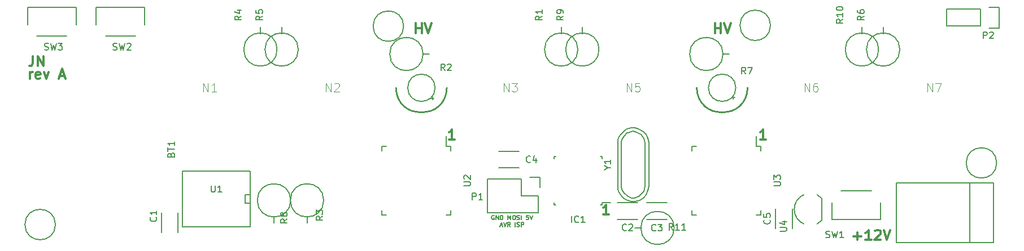
<source format=gbr>
G04 #@! TF.FileFunction,Legend,Top*
%FSLAX46Y46*%
G04 Gerber Fmt 4.6, Leading zero omitted, Abs format (unit mm)*
G04 Created by KiCad (PCBNEW 4.0.0-rc1-stable) date 11/15/2015 9:58:47 PM*
%MOMM*%
G01*
G04 APERTURE LIST*
%ADD10C,0.100000*%
%ADD11C,0.158750*%
%ADD12C,0.300000*%
%ADD13C,0.150000*%
%ADD14C,0.127000*%
%ADD15C,0.254000*%
%ADD16C,0.088900*%
G04 APERTURE END LIST*
D10*
D11*
X129527905Y-81452357D02*
X129044095Y-81452357D01*
X129286000Y-81694262D02*
X129286000Y-81210452D01*
X84442905Y-81579357D02*
X83959095Y-81579357D01*
X84201000Y-81821262D02*
X84201000Y-81337452D01*
D12*
X23880287Y-78656571D02*
X23880287Y-77656571D01*
X23880287Y-77942286D02*
X23951715Y-77799429D01*
X24023144Y-77728000D01*
X24166001Y-77656571D01*
X24308858Y-77656571D01*
X25380286Y-78585143D02*
X25237429Y-78656571D01*
X24951715Y-78656571D01*
X24808858Y-78585143D01*
X24737429Y-78442286D01*
X24737429Y-77870857D01*
X24808858Y-77728000D01*
X24951715Y-77656571D01*
X25237429Y-77656571D01*
X25380286Y-77728000D01*
X25451715Y-77870857D01*
X25451715Y-78013714D01*
X24737429Y-78156571D01*
X25951715Y-77656571D02*
X26308858Y-78656571D01*
X26666000Y-77656571D01*
X28308857Y-78228000D02*
X29023143Y-78228000D01*
X28166000Y-78656571D02*
X28666000Y-77156571D01*
X29166000Y-78656571D01*
D11*
X93447810Y-99234625D02*
X93387333Y-99204387D01*
X93296619Y-99204387D01*
X93205905Y-99234625D01*
X93145429Y-99295101D01*
X93115190Y-99355577D01*
X93084952Y-99476530D01*
X93084952Y-99567244D01*
X93115190Y-99688196D01*
X93145429Y-99748673D01*
X93205905Y-99809149D01*
X93296619Y-99839387D01*
X93357095Y-99839387D01*
X93447810Y-99809149D01*
X93478048Y-99778911D01*
X93478048Y-99567244D01*
X93357095Y-99567244D01*
X93750190Y-99839387D02*
X93750190Y-99204387D01*
X94113048Y-99839387D01*
X94113048Y-99204387D01*
X94415428Y-99839387D02*
X94415428Y-99204387D01*
X94566619Y-99204387D01*
X94657333Y-99234625D01*
X94717809Y-99295101D01*
X94748048Y-99355577D01*
X94778286Y-99476530D01*
X94778286Y-99567244D01*
X94748048Y-99688196D01*
X94717809Y-99748673D01*
X94657333Y-99809149D01*
X94566619Y-99839387D01*
X94415428Y-99839387D01*
X95534238Y-99839387D02*
X95534238Y-99204387D01*
X95745905Y-99657958D01*
X95957572Y-99204387D01*
X95957572Y-99839387D01*
X96380905Y-99204387D02*
X96501857Y-99204387D01*
X96562333Y-99234625D01*
X96622810Y-99295101D01*
X96653048Y-99416054D01*
X96653048Y-99627720D01*
X96622810Y-99748673D01*
X96562333Y-99809149D01*
X96501857Y-99839387D01*
X96380905Y-99839387D01*
X96320429Y-99809149D01*
X96259952Y-99748673D01*
X96229714Y-99627720D01*
X96229714Y-99416054D01*
X96259952Y-99295101D01*
X96320429Y-99234625D01*
X96380905Y-99204387D01*
X96894952Y-99809149D02*
X96985667Y-99839387D01*
X97136857Y-99839387D01*
X97197333Y-99809149D01*
X97227571Y-99778911D01*
X97257810Y-99718435D01*
X97257810Y-99657958D01*
X97227571Y-99597482D01*
X97197333Y-99567244D01*
X97136857Y-99537006D01*
X97015905Y-99506768D01*
X96955429Y-99476530D01*
X96925190Y-99446292D01*
X96894952Y-99385815D01*
X96894952Y-99325339D01*
X96925190Y-99264863D01*
X96955429Y-99234625D01*
X97015905Y-99204387D01*
X97167095Y-99204387D01*
X97257810Y-99234625D01*
X97529952Y-99839387D02*
X97529952Y-99204387D01*
X98618524Y-99204387D02*
X98316143Y-99204387D01*
X98285905Y-99506768D01*
X98316143Y-99476530D01*
X98376620Y-99446292D01*
X98527810Y-99446292D01*
X98588286Y-99476530D01*
X98618524Y-99506768D01*
X98648763Y-99567244D01*
X98648763Y-99718435D01*
X98618524Y-99778911D01*
X98588286Y-99809149D01*
X98527810Y-99839387D01*
X98376620Y-99839387D01*
X98316143Y-99809149D01*
X98285905Y-99778911D01*
X98830191Y-99204387D02*
X99041858Y-99839387D01*
X99253525Y-99204387D01*
X94385190Y-100705708D02*
X94687571Y-100705708D01*
X94324714Y-100887137D02*
X94536381Y-100252137D01*
X94748048Y-100887137D01*
X94869000Y-100252137D02*
X95080667Y-100887137D01*
X95292334Y-100252137D01*
X95866858Y-100887137D02*
X95655191Y-100584756D01*
X95504000Y-100887137D02*
X95504000Y-100252137D01*
X95745905Y-100252137D01*
X95806381Y-100282375D01*
X95836620Y-100312613D01*
X95866858Y-100373089D01*
X95866858Y-100463804D01*
X95836620Y-100524280D01*
X95806381Y-100554518D01*
X95745905Y-100584756D01*
X95504000Y-100584756D01*
X96622810Y-100887137D02*
X96622810Y-100252137D01*
X96894953Y-100856899D02*
X96985668Y-100887137D01*
X97136858Y-100887137D01*
X97197334Y-100856899D01*
X97227572Y-100826661D01*
X97257811Y-100766185D01*
X97257811Y-100705708D01*
X97227572Y-100645232D01*
X97197334Y-100614994D01*
X97136858Y-100584756D01*
X97015906Y-100554518D01*
X96955430Y-100524280D01*
X96925191Y-100494042D01*
X96894953Y-100433565D01*
X96894953Y-100373089D01*
X96925191Y-100312613D01*
X96955430Y-100282375D01*
X97015906Y-100252137D01*
X97167096Y-100252137D01*
X97257811Y-100282375D01*
X97529953Y-100887137D02*
X97529953Y-100252137D01*
X97771858Y-100252137D01*
X97832334Y-100282375D01*
X97862573Y-100312613D01*
X97892811Y-100373089D01*
X97892811Y-100463804D01*
X97862573Y-100524280D01*
X97832334Y-100554518D01*
X97771858Y-100584756D01*
X97529953Y-100584756D01*
D12*
X126563572Y-71798571D02*
X126563572Y-70298571D01*
X126563572Y-71012857D02*
X127420715Y-71012857D01*
X127420715Y-71798571D02*
X127420715Y-70298571D01*
X127920715Y-70298571D02*
X128420715Y-71798571D01*
X128920715Y-70298571D01*
X81732572Y-71798571D02*
X81732572Y-70298571D01*
X81732572Y-71012857D02*
X82589715Y-71012857D01*
X82589715Y-71798571D02*
X82589715Y-70298571D01*
X83089715Y-70298571D02*
X83589715Y-71798571D01*
X84089715Y-70298571D01*
X134159572Y-87800571D02*
X133302429Y-87800571D01*
X133731001Y-87800571D02*
X133731001Y-86300571D01*
X133588144Y-86514857D01*
X133445286Y-86657714D01*
X133302429Y-86729143D01*
X110664572Y-99103571D02*
X109807429Y-99103571D01*
X110236001Y-99103571D02*
X110236001Y-97603571D01*
X110093144Y-97817857D01*
X109950286Y-97960714D01*
X109807429Y-98032143D01*
X87550572Y-87800571D02*
X86693429Y-87800571D01*
X87122001Y-87800571D02*
X87122001Y-86300571D01*
X86979144Y-86514857D01*
X86836286Y-86657714D01*
X86693429Y-86729143D01*
X147344144Y-102342143D02*
X148487001Y-102342143D01*
X147915572Y-102913571D02*
X147915572Y-101770714D01*
X149987001Y-102913571D02*
X149129858Y-102913571D01*
X149558430Y-102913571D02*
X149558430Y-101413571D01*
X149415573Y-101627857D01*
X149272715Y-101770714D01*
X149129858Y-101842143D01*
X150558429Y-101556429D02*
X150629858Y-101485000D01*
X150772715Y-101413571D01*
X151129858Y-101413571D01*
X151272715Y-101485000D01*
X151344144Y-101556429D01*
X151415572Y-101699286D01*
X151415572Y-101842143D01*
X151344144Y-102056429D01*
X150487001Y-102913571D01*
X151415572Y-102913571D01*
X151844143Y-101413571D02*
X152344143Y-102913571D01*
X152844143Y-101413571D01*
X24320571Y-75251571D02*
X24320571Y-76323000D01*
X24249143Y-76537286D01*
X24106286Y-76680143D01*
X23892000Y-76751571D01*
X23749143Y-76751571D01*
X25034857Y-76751571D02*
X25034857Y-75251571D01*
X25892000Y-76751571D01*
X25892000Y-75251571D01*
D13*
X97536000Y-93726000D02*
X92456000Y-93726000D01*
X100356000Y-93446000D02*
X100356000Y-94996000D01*
X100076000Y-96266000D02*
X97536000Y-96266000D01*
X97536000Y-96266000D02*
X97536000Y-93726000D01*
X92456000Y-93726000D02*
X92456000Y-98806000D01*
X92456000Y-98806000D02*
X97536000Y-98806000D01*
X100356000Y-93446000D02*
X98806000Y-93446000D01*
X100076000Y-98806000D02*
X100076000Y-96266000D01*
X97536000Y-98806000D02*
X100076000Y-98806000D01*
X46081000Y-98810000D02*
X46081000Y-101810000D01*
X43581000Y-101810000D02*
X43581000Y-98810000D01*
X114931000Y-99802000D02*
X111931000Y-99802000D01*
X111931000Y-97302000D02*
X114931000Y-97302000D01*
X116336000Y-97302000D02*
X119336000Y-97302000D01*
X119336000Y-99802000D02*
X116336000Y-99802000D01*
X97151000Y-92055000D02*
X94151000Y-92055000D01*
X94151000Y-89555000D02*
X97151000Y-89555000D01*
X46736000Y-92583000D02*
X56896000Y-92583000D01*
X56896000Y-92583000D02*
X56896000Y-100965000D01*
X56896000Y-100965000D02*
X46736000Y-100965000D01*
X46736000Y-100965000D02*
X46736000Y-92583000D01*
X56896000Y-97409000D02*
X56134000Y-97409000D01*
X56134000Y-97409000D02*
X56134000Y-96139000D01*
X56134000Y-96139000D02*
X56896000Y-96139000D01*
X86963000Y-88805000D02*
X86293000Y-88805000D01*
X86963000Y-99155000D02*
X86293000Y-99155000D01*
X76613000Y-99155000D02*
X77283000Y-99155000D01*
X76613000Y-88805000D02*
X77283000Y-88805000D01*
X86963000Y-88805000D02*
X86963000Y-89475000D01*
X76613000Y-88805000D02*
X76613000Y-89475000D01*
X76613000Y-99155000D02*
X76613000Y-98485000D01*
X86963000Y-99155000D02*
X86963000Y-98485000D01*
X86293000Y-88805000D02*
X86293000Y-87330000D01*
X133445000Y-88805000D02*
X132775000Y-88805000D01*
X133445000Y-99155000D02*
X132775000Y-99155000D01*
X123095000Y-99155000D02*
X123765000Y-99155000D01*
X123095000Y-88805000D02*
X123765000Y-88805000D01*
X133445000Y-88805000D02*
X133445000Y-89475000D01*
X123095000Y-88805000D02*
X123095000Y-89475000D01*
X123095000Y-99155000D02*
X123095000Y-98485000D01*
X133445000Y-99155000D02*
X133445000Y-98485000D01*
X132775000Y-88805000D02*
X132775000Y-87330000D01*
X109670000Y-97605000D02*
X109670000Y-97305000D01*
X102420000Y-97605000D02*
X102420000Y-97305000D01*
X102420000Y-90355000D02*
X102420000Y-90655000D01*
X109670000Y-90355000D02*
X109670000Y-90655000D01*
X109670000Y-97605000D02*
X109370000Y-97605000D01*
X109670000Y-90355000D02*
X109370000Y-90355000D01*
X102420000Y-90355000D02*
X102720000Y-90355000D01*
X102420000Y-97605000D02*
X102720000Y-97605000D01*
X109670000Y-97305000D02*
X110895000Y-97305000D01*
D14*
X84597498Y-80010000D02*
G75*
G03X84597498Y-80010000I-2047498J0D01*
G01*
D15*
X78740044Y-80012135D02*
G75*
G03X86360000Y-80010000I3809956J80875D01*
G01*
D14*
X129682498Y-80010000D02*
G75*
G03X129682498Y-80010000I-2047498J0D01*
G01*
D15*
X123825044Y-80012135D02*
G75*
G03X131445000Y-80010000I3809956J80875D01*
G01*
D13*
X113299240Y-86868000D02*
X113700560Y-86667340D01*
X113700560Y-86667340D02*
X114300000Y-86565740D01*
X114300000Y-86565740D02*
X114800380Y-86667340D01*
X114800380Y-86667340D02*
X115498880Y-87066120D01*
X115498880Y-87066120D02*
X115900200Y-87668100D01*
X115900200Y-87668100D02*
X116100860Y-88267540D01*
X116100860Y-88267540D02*
X116100860Y-94866460D01*
X116100860Y-94866460D02*
X115900200Y-95567500D01*
X115900200Y-95567500D02*
X115600480Y-95966280D01*
X115600480Y-95966280D02*
X115100100Y-96367600D01*
X115100100Y-96367600D02*
X114500660Y-96568260D01*
X114500660Y-96568260D02*
X114000280Y-96568260D01*
X114000280Y-96568260D02*
X113499900Y-96367600D01*
X113499900Y-96367600D02*
X112900460Y-95867220D01*
X112900460Y-95867220D02*
X112600740Y-95366840D01*
X112600740Y-95366840D02*
X112499140Y-94866460D01*
X112499140Y-94767400D02*
X112499140Y-88165940D01*
X112499140Y-88165940D02*
X112600740Y-87767160D01*
X112600740Y-87767160D02*
X112900460Y-87266780D01*
X112900460Y-87266780D02*
X113400840Y-86766400D01*
X111970820Y-94757240D02*
X112019080Y-95216980D01*
X112019080Y-95216980D02*
X112130840Y-95615760D01*
X112130840Y-95615760D02*
X112349280Y-96047560D01*
X112349280Y-96047560D02*
X112580420Y-96337120D01*
X112580420Y-96337120D02*
X112930940Y-96667320D01*
X112930940Y-96667320D02*
X113469420Y-96956880D01*
X113469420Y-96956880D02*
X114068860Y-97086420D01*
X114068860Y-97086420D02*
X114579400Y-97086420D01*
X114579400Y-97086420D02*
X115280440Y-96916240D01*
X115280440Y-96916240D02*
X115869720Y-96517460D01*
X115869720Y-96517460D02*
X116240560Y-96057720D01*
X116240560Y-96057720D02*
X116448840Y-95636080D01*
X116448840Y-95636080D02*
X116608860Y-95186500D01*
X116608860Y-95186500D02*
X116639340Y-94747080D01*
X116420900Y-87406480D02*
X116199920Y-87028020D01*
X116199920Y-87028020D02*
X115920520Y-86707980D01*
X115920520Y-86707980D02*
X115590320Y-86456520D01*
X115590320Y-86456520D02*
X115039140Y-86156800D01*
X115039140Y-86156800D02*
X114569240Y-86047580D01*
X114569240Y-86047580D02*
X114109500Y-86027260D01*
X114109500Y-86027260D02*
X113649760Y-86116160D01*
X113649760Y-86116160D02*
X113200180Y-86306660D01*
X113200180Y-86306660D02*
X112730280Y-86667340D01*
X112730280Y-86667340D02*
X112410240Y-87017860D01*
X112410240Y-87017860D02*
X112179100Y-87406480D01*
X112179100Y-87406480D02*
X112039400Y-87835740D01*
X112039400Y-87835740D02*
X111970820Y-88277700D01*
X116629180Y-94767400D02*
X116629180Y-88315800D01*
X116629180Y-88315800D02*
X116591080Y-87896700D01*
X116591080Y-87896700D02*
X116420900Y-87406480D01*
X111970820Y-94767400D02*
X111970820Y-88315800D01*
X141839990Y-100485695D02*
G75*
G03X142543000Y-99998000I-996990J2187695D01*
G01*
X141839990Y-96110305D02*
G75*
G02X142543000Y-96598000I-996990J-2187695D01*
G01*
X142543000Y-99998000D02*
X142543000Y-96598000D01*
X139849873Y-100482879D02*
G75*
G02X138443000Y-98298000I993127J2184879D01*
G01*
X139849873Y-96113121D02*
G75*
G03X138443000Y-98298000I993127J-2184879D01*
G01*
X103505000Y-71854060D02*
X103505000Y-70853300D01*
X106004360Y-74254360D02*
G75*
G03X106004360Y-74254360I-2499360J0D01*
G01*
X82704940Y-74930000D02*
X83705700Y-74930000D01*
X82804000Y-74930000D02*
G75*
G03X82804000Y-74930000I-2499360J0D01*
G01*
X65405000Y-99341940D02*
X65405000Y-100342700D01*
X67904360Y-96941640D02*
G75*
G03X67904360Y-96941640I-2499360J0D01*
G01*
X58420000Y-71854060D02*
X58420000Y-70853300D01*
X60919360Y-74254360D02*
G75*
G03X60919360Y-74254360I-2499360J0D01*
G01*
X61595000Y-71854060D02*
X61595000Y-70853300D01*
X64094360Y-74254360D02*
G75*
G03X64094360Y-74254360I-2499360J0D01*
G01*
X151765000Y-71854060D02*
X151765000Y-70853300D01*
X154264360Y-74254360D02*
G75*
G03X154264360Y-74254360I-2499360J0D01*
G01*
X127662940Y-74930000D02*
X128663700Y-74930000D01*
X127762000Y-74930000D02*
G75*
G03X127762000Y-74930000I-2499360J0D01*
G01*
X60452000Y-99341940D02*
X60452000Y-100342700D01*
X62951360Y-96941640D02*
G75*
G03X62951360Y-96941640I-2499360J0D01*
G01*
X106680000Y-71854060D02*
X106680000Y-70853300D01*
X109179360Y-74254360D02*
G75*
G03X109179360Y-74254360I-2499360J0D01*
G01*
X148590000Y-71854060D02*
X148590000Y-70853300D01*
X151089360Y-74254360D02*
G75*
G03X151089360Y-74254360I-2499360J0D01*
G01*
X164782500Y-103306880D02*
X164782500Y-94305120D01*
X168282620Y-103306880D02*
X168282620Y-94305120D01*
X168282620Y-94305120D02*
X153781760Y-94305120D01*
X153781760Y-94305120D02*
X153781760Y-103306880D01*
X153781760Y-103306880D02*
X168282620Y-103306880D01*
X166370000Y-68199000D02*
X161290000Y-68199000D01*
X161290000Y-68199000D02*
X161290000Y-70739000D01*
X161290000Y-70739000D02*
X166370000Y-70739000D01*
X169190000Y-71019000D02*
X167640000Y-71019000D01*
X166370000Y-70739000D02*
X166370000Y-68199000D01*
X167640000Y-67919000D02*
X169190000Y-67919000D01*
X169190000Y-67919000D02*
X169190000Y-71019000D01*
X151384000Y-99822000D02*
X144087000Y-99822000D01*
X144087000Y-99822000D02*
X144087000Y-97252000D01*
X149987000Y-95522000D02*
X145487000Y-95522000D01*
X151384000Y-99822000D02*
X151384000Y-97252000D01*
X33782000Y-67945000D02*
X41079000Y-67945000D01*
X41079000Y-67945000D02*
X41079000Y-70515000D01*
X35179000Y-72245000D02*
X39679000Y-72245000D01*
X33782000Y-67945000D02*
X33782000Y-70515000D01*
X23495000Y-67945000D02*
X30792000Y-67945000D01*
X30792000Y-67945000D02*
X30792000Y-70515000D01*
X24892000Y-72245000D02*
X29392000Y-72245000D01*
X23495000Y-67945000D02*
X23495000Y-70515000D01*
X79883000Y-70739000D02*
G75*
G03X79883000Y-70739000I-2286000J0D01*
G01*
X134874000Y-70612000D02*
G75*
G03X134874000Y-70612000I-2286000J0D01*
G01*
X168783000Y-91313000D02*
G75*
G03X168783000Y-91313000I-2286000J0D01*
G01*
X27686000Y-100584000D02*
G75*
G03X27686000Y-100584000I-2286000J0D01*
G01*
X115542060Y-101092000D02*
X114541300Y-101092000D01*
X120441720Y-101092000D02*
G75*
G03X120441720Y-101092000I-2499360J0D01*
G01*
X135656000Y-101215000D02*
X135656000Y-98215000D01*
X138156000Y-98215000D02*
X138156000Y-101215000D01*
X90193905Y-96845381D02*
X90193905Y-95845381D01*
X90574858Y-95845381D01*
X90670096Y-95893000D01*
X90717715Y-95940619D01*
X90765334Y-96035857D01*
X90765334Y-96178714D01*
X90717715Y-96273952D01*
X90670096Y-96321571D01*
X90574858Y-96369190D01*
X90193905Y-96369190D01*
X91717715Y-96845381D02*
X91146286Y-96845381D01*
X91432000Y-96845381D02*
X91432000Y-95845381D01*
X91336762Y-95988238D01*
X91241524Y-96083476D01*
X91146286Y-96131095D01*
X42775143Y-99480666D02*
X42822762Y-99528285D01*
X42870381Y-99671142D01*
X42870381Y-99766380D01*
X42822762Y-99909238D01*
X42727524Y-100004476D01*
X42632286Y-100052095D01*
X42441810Y-100099714D01*
X42298952Y-100099714D01*
X42108476Y-100052095D01*
X42013238Y-100004476D01*
X41918000Y-99909238D01*
X41870381Y-99766380D01*
X41870381Y-99671142D01*
X41918000Y-99528285D01*
X41965619Y-99480666D01*
X42870381Y-98528285D02*
X42870381Y-99099714D01*
X42870381Y-98814000D02*
X41870381Y-98814000D01*
X42013238Y-98909238D01*
X42108476Y-99004476D01*
X42156095Y-99099714D01*
X113264334Y-101409143D02*
X113216715Y-101456762D01*
X113073858Y-101504381D01*
X112978620Y-101504381D01*
X112835762Y-101456762D01*
X112740524Y-101361524D01*
X112692905Y-101266286D01*
X112645286Y-101075810D01*
X112645286Y-100932952D01*
X112692905Y-100742476D01*
X112740524Y-100647238D01*
X112835762Y-100552000D01*
X112978620Y-100504381D01*
X113073858Y-100504381D01*
X113216715Y-100552000D01*
X113264334Y-100599619D01*
X113645286Y-100599619D02*
X113692905Y-100552000D01*
X113788143Y-100504381D01*
X114026239Y-100504381D01*
X114121477Y-100552000D01*
X114169096Y-100599619D01*
X114216715Y-100694857D01*
X114216715Y-100790095D01*
X114169096Y-100932952D01*
X113597667Y-101504381D01*
X114216715Y-101504381D01*
X117689334Y-101449143D02*
X117641715Y-101496762D01*
X117498858Y-101544381D01*
X117403620Y-101544381D01*
X117260762Y-101496762D01*
X117165524Y-101401524D01*
X117117905Y-101306286D01*
X117070286Y-101115810D01*
X117070286Y-100972952D01*
X117117905Y-100782476D01*
X117165524Y-100687238D01*
X117260762Y-100592000D01*
X117403620Y-100544381D01*
X117498858Y-100544381D01*
X117641715Y-100592000D01*
X117689334Y-100639619D01*
X118022667Y-100544381D02*
X118641715Y-100544381D01*
X118308381Y-100925333D01*
X118451239Y-100925333D01*
X118546477Y-100972952D01*
X118594096Y-101020571D01*
X118641715Y-101115810D01*
X118641715Y-101353905D01*
X118594096Y-101449143D01*
X118546477Y-101496762D01*
X118451239Y-101544381D01*
X118165524Y-101544381D01*
X118070286Y-101496762D01*
X118022667Y-101449143D01*
X98893334Y-91162143D02*
X98845715Y-91209762D01*
X98702858Y-91257381D01*
X98607620Y-91257381D01*
X98464762Y-91209762D01*
X98369524Y-91114524D01*
X98321905Y-91019286D01*
X98274286Y-90828810D01*
X98274286Y-90685952D01*
X98321905Y-90495476D01*
X98369524Y-90400238D01*
X98464762Y-90305000D01*
X98607620Y-90257381D01*
X98702858Y-90257381D01*
X98845715Y-90305000D01*
X98893334Y-90352619D01*
X99750477Y-90590714D02*
X99750477Y-91257381D01*
X99512381Y-90209762D02*
X99274286Y-90924048D01*
X99893334Y-90924048D01*
X51054095Y-94702381D02*
X51054095Y-95511905D01*
X51101714Y-95607143D01*
X51149333Y-95654762D01*
X51244571Y-95702381D01*
X51435048Y-95702381D01*
X51530286Y-95654762D01*
X51577905Y-95607143D01*
X51625524Y-95511905D01*
X51625524Y-94702381D01*
X52625524Y-95702381D02*
X52054095Y-95702381D01*
X52339809Y-95702381D02*
X52339809Y-94702381D01*
X52244571Y-94845238D01*
X52149333Y-94940476D01*
X52054095Y-94988095D01*
X88890381Y-94741905D02*
X89699905Y-94741905D01*
X89795143Y-94694286D01*
X89842762Y-94646667D01*
X89890381Y-94551429D01*
X89890381Y-94360952D01*
X89842762Y-94265714D01*
X89795143Y-94218095D01*
X89699905Y-94170476D01*
X88890381Y-94170476D01*
X88985619Y-93741905D02*
X88938000Y-93694286D01*
X88890381Y-93599048D01*
X88890381Y-93360952D01*
X88938000Y-93265714D01*
X88985619Y-93218095D01*
X89080857Y-93170476D01*
X89176095Y-93170476D01*
X89318952Y-93218095D01*
X89890381Y-93789524D01*
X89890381Y-93170476D01*
X135372381Y-94741905D02*
X136181905Y-94741905D01*
X136277143Y-94694286D01*
X136324762Y-94646667D01*
X136372381Y-94551429D01*
X136372381Y-94360952D01*
X136324762Y-94265714D01*
X136277143Y-94218095D01*
X136181905Y-94170476D01*
X135372381Y-94170476D01*
X135372381Y-93789524D02*
X135372381Y-93170476D01*
X135753333Y-93503810D01*
X135753333Y-93360952D01*
X135800952Y-93265714D01*
X135848571Y-93218095D01*
X135943810Y-93170476D01*
X136181905Y-93170476D01*
X136277143Y-93218095D01*
X136324762Y-93265714D01*
X136372381Y-93360952D01*
X136372381Y-93646667D01*
X136324762Y-93741905D01*
X136277143Y-93789524D01*
X105068810Y-100282381D02*
X105068810Y-99282381D01*
X106116429Y-100187143D02*
X106068810Y-100234762D01*
X105925953Y-100282381D01*
X105830715Y-100282381D01*
X105687857Y-100234762D01*
X105592619Y-100139524D01*
X105545000Y-100044286D01*
X105497381Y-99853810D01*
X105497381Y-99710952D01*
X105545000Y-99520476D01*
X105592619Y-99425238D01*
X105687857Y-99330000D01*
X105830715Y-99282381D01*
X105925953Y-99282381D01*
X106068810Y-99330000D01*
X106116429Y-99377619D01*
X107068810Y-100282381D02*
X106497381Y-100282381D01*
X106783095Y-100282381D02*
X106783095Y-99282381D01*
X106687857Y-99425238D01*
X106592619Y-99520476D01*
X106497381Y-99568095D01*
D16*
X49832381Y-80584524D02*
X49832381Y-79314524D01*
X50558095Y-80584524D01*
X50558095Y-79314524D01*
X51828095Y-80584524D02*
X51102381Y-80584524D01*
X51465238Y-80584524D02*
X51465238Y-79314524D01*
X51344286Y-79495952D01*
X51223333Y-79616905D01*
X51102381Y-79677381D01*
X68247381Y-80584524D02*
X68247381Y-79314524D01*
X68973095Y-80584524D01*
X68973095Y-79314524D01*
X69517381Y-79435476D02*
X69577857Y-79375000D01*
X69698809Y-79314524D01*
X70001190Y-79314524D01*
X70122143Y-79375000D01*
X70182619Y-79435476D01*
X70243095Y-79556429D01*
X70243095Y-79677381D01*
X70182619Y-79858810D01*
X69456905Y-80584524D01*
X70243095Y-80584524D01*
X94917381Y-80584524D02*
X94917381Y-79314524D01*
X95643095Y-80584524D01*
X95643095Y-79314524D01*
X96126905Y-79314524D02*
X96913095Y-79314524D01*
X96489762Y-79798333D01*
X96671190Y-79798333D01*
X96792143Y-79858810D01*
X96852619Y-79919286D01*
X96913095Y-80040238D01*
X96913095Y-80342619D01*
X96852619Y-80463571D01*
X96792143Y-80524048D01*
X96671190Y-80584524D01*
X96308333Y-80584524D01*
X96187381Y-80524048D01*
X96126905Y-80463571D01*
X113332381Y-80584524D02*
X113332381Y-79314524D01*
X114058095Y-80584524D01*
X114058095Y-79314524D01*
X115267619Y-79314524D02*
X114662857Y-79314524D01*
X114602381Y-79919286D01*
X114662857Y-79858810D01*
X114783809Y-79798333D01*
X115086190Y-79798333D01*
X115207143Y-79858810D01*
X115267619Y-79919286D01*
X115328095Y-80040238D01*
X115328095Y-80342619D01*
X115267619Y-80463571D01*
X115207143Y-80524048D01*
X115086190Y-80584524D01*
X114783809Y-80584524D01*
X114662857Y-80524048D01*
X114602381Y-80463571D01*
X140002381Y-80584524D02*
X140002381Y-79314524D01*
X140728095Y-80584524D01*
X140728095Y-79314524D01*
X141877143Y-79314524D02*
X141635238Y-79314524D01*
X141514286Y-79375000D01*
X141453809Y-79435476D01*
X141332857Y-79616905D01*
X141272381Y-79858810D01*
X141272381Y-80342619D01*
X141332857Y-80463571D01*
X141393333Y-80524048D01*
X141514286Y-80584524D01*
X141756190Y-80584524D01*
X141877143Y-80524048D01*
X141937619Y-80463571D01*
X141998095Y-80342619D01*
X141998095Y-80040238D01*
X141937619Y-79919286D01*
X141877143Y-79858810D01*
X141756190Y-79798333D01*
X141514286Y-79798333D01*
X141393333Y-79858810D01*
X141332857Y-79919286D01*
X141272381Y-80040238D01*
X158417381Y-80584524D02*
X158417381Y-79314524D01*
X159143095Y-80584524D01*
X159143095Y-79314524D01*
X159626905Y-79314524D02*
X160473571Y-79314524D01*
X159929286Y-80584524D01*
D13*
X45013571Y-90066714D02*
X45061190Y-89923857D01*
X45108810Y-89876238D01*
X45204048Y-89828619D01*
X45346905Y-89828619D01*
X45442143Y-89876238D01*
X45489762Y-89923857D01*
X45537381Y-90019095D01*
X45537381Y-90400048D01*
X44537381Y-90400048D01*
X44537381Y-90066714D01*
X44585000Y-89971476D01*
X44632619Y-89923857D01*
X44727857Y-89876238D01*
X44823095Y-89876238D01*
X44918333Y-89923857D01*
X44965952Y-89971476D01*
X45013571Y-90066714D01*
X45013571Y-90400048D01*
X44537381Y-89542905D02*
X44537381Y-88971476D01*
X45537381Y-89257191D02*
X44537381Y-89257191D01*
X45537381Y-88114333D02*
X45537381Y-88685762D01*
X45537381Y-88400048D02*
X44537381Y-88400048D01*
X44680238Y-88495286D01*
X44775476Y-88590524D01*
X44823095Y-88685762D01*
X110466190Y-92043191D02*
X110942381Y-92043191D01*
X109942381Y-92376524D02*
X110466190Y-92043191D01*
X109942381Y-91709857D01*
X110942381Y-90852714D02*
X110942381Y-91424143D01*
X110942381Y-91138429D02*
X109942381Y-91138429D01*
X110085238Y-91233667D01*
X110180476Y-91328905D01*
X110228095Y-91424143D01*
X136295381Y-101599905D02*
X137104905Y-101599905D01*
X137200143Y-101552286D01*
X137247762Y-101504667D01*
X137295381Y-101409429D01*
X137295381Y-101218952D01*
X137247762Y-101123714D01*
X137200143Y-101076095D01*
X137104905Y-101028476D01*
X136295381Y-101028476D01*
X136628714Y-100123714D02*
X137295381Y-100123714D01*
X136247762Y-100361810D02*
X136962048Y-100599905D01*
X136962048Y-99980857D01*
X100657921Y-69221646D02*
X100181730Y-69554980D01*
X100657921Y-69793075D02*
X99657921Y-69793075D01*
X99657921Y-69412122D01*
X99705540Y-69316884D01*
X99753159Y-69269265D01*
X99848397Y-69221646D01*
X99991254Y-69221646D01*
X100086492Y-69269265D01*
X100134111Y-69316884D01*
X100181730Y-69412122D01*
X100181730Y-69793075D01*
X100657921Y-68269265D02*
X100657921Y-68840694D01*
X100657921Y-68554980D02*
X99657921Y-68554980D01*
X99800778Y-68650218D01*
X99896016Y-68745456D01*
X99943635Y-68840694D01*
X86066334Y-77414381D02*
X85733000Y-76938190D01*
X85494905Y-77414381D02*
X85494905Y-76414381D01*
X85875858Y-76414381D01*
X85971096Y-76462000D01*
X86018715Y-76509619D01*
X86066334Y-76604857D01*
X86066334Y-76747714D01*
X86018715Y-76842952D01*
X85971096Y-76890571D01*
X85875858Y-76938190D01*
X85494905Y-76938190D01*
X86447286Y-76509619D02*
X86494905Y-76462000D01*
X86590143Y-76414381D01*
X86828239Y-76414381D01*
X86923477Y-76462000D01*
X86971096Y-76509619D01*
X87018715Y-76604857D01*
X87018715Y-76700095D01*
X86971096Y-76842952D01*
X86399667Y-77414381D01*
X87018715Y-77414381D01*
X67762381Y-99353666D02*
X67286190Y-99687000D01*
X67762381Y-99925095D02*
X66762381Y-99925095D01*
X66762381Y-99544142D01*
X66810000Y-99448904D01*
X66857619Y-99401285D01*
X66952857Y-99353666D01*
X67095714Y-99353666D01*
X67190952Y-99401285D01*
X67238571Y-99448904D01*
X67286190Y-99544142D01*
X67286190Y-99925095D01*
X66762381Y-99020333D02*
X66762381Y-98401285D01*
X67143333Y-98734619D01*
X67143333Y-98591761D01*
X67190952Y-98496523D01*
X67238571Y-98448904D01*
X67333810Y-98401285D01*
X67571905Y-98401285D01*
X67667143Y-98448904D01*
X67714762Y-98496523D01*
X67762381Y-98591761D01*
X67762381Y-98877476D01*
X67714762Y-98972714D01*
X67667143Y-99020333D01*
X55572921Y-69221646D02*
X55096730Y-69554980D01*
X55572921Y-69793075D02*
X54572921Y-69793075D01*
X54572921Y-69412122D01*
X54620540Y-69316884D01*
X54668159Y-69269265D01*
X54763397Y-69221646D01*
X54906254Y-69221646D01*
X55001492Y-69269265D01*
X55049111Y-69316884D01*
X55096730Y-69412122D01*
X55096730Y-69793075D01*
X54906254Y-68364503D02*
X55572921Y-68364503D01*
X54525302Y-68602599D02*
X55239588Y-68840694D01*
X55239588Y-68221646D01*
X58747921Y-69221646D02*
X58271730Y-69554980D01*
X58747921Y-69793075D02*
X57747921Y-69793075D01*
X57747921Y-69412122D01*
X57795540Y-69316884D01*
X57843159Y-69269265D01*
X57938397Y-69221646D01*
X58081254Y-69221646D01*
X58176492Y-69269265D01*
X58224111Y-69316884D01*
X58271730Y-69412122D01*
X58271730Y-69793075D01*
X57747921Y-68316884D02*
X57747921Y-68793075D01*
X58224111Y-68840694D01*
X58176492Y-68793075D01*
X58128873Y-68697837D01*
X58128873Y-68459741D01*
X58176492Y-68364503D01*
X58224111Y-68316884D01*
X58319350Y-68269265D01*
X58557445Y-68269265D01*
X58652683Y-68316884D01*
X58700302Y-68364503D01*
X58747921Y-68459741D01*
X58747921Y-68697837D01*
X58700302Y-68793075D01*
X58652683Y-68840694D01*
X148917921Y-69221646D02*
X148441730Y-69554980D01*
X148917921Y-69793075D02*
X147917921Y-69793075D01*
X147917921Y-69412122D01*
X147965540Y-69316884D01*
X148013159Y-69269265D01*
X148108397Y-69221646D01*
X148251254Y-69221646D01*
X148346492Y-69269265D01*
X148394111Y-69316884D01*
X148441730Y-69412122D01*
X148441730Y-69793075D01*
X147917921Y-68364503D02*
X147917921Y-68554980D01*
X147965540Y-68650218D01*
X148013159Y-68697837D01*
X148156016Y-68793075D01*
X148346492Y-68840694D01*
X148727445Y-68840694D01*
X148822683Y-68793075D01*
X148870302Y-68745456D01*
X148917921Y-68650218D01*
X148917921Y-68459741D01*
X148870302Y-68364503D01*
X148822683Y-68316884D01*
X148727445Y-68269265D01*
X148489350Y-68269265D01*
X148394111Y-68316884D01*
X148346492Y-68364503D01*
X148298873Y-68459741D01*
X148298873Y-68650218D01*
X148346492Y-68745456D01*
X148394111Y-68793075D01*
X148489350Y-68840694D01*
X131151334Y-77922381D02*
X130818000Y-77446190D01*
X130579905Y-77922381D02*
X130579905Y-76922381D01*
X130960858Y-76922381D01*
X131056096Y-76970000D01*
X131103715Y-77017619D01*
X131151334Y-77112857D01*
X131151334Y-77255714D01*
X131103715Y-77350952D01*
X131056096Y-77398571D01*
X130960858Y-77446190D01*
X130579905Y-77446190D01*
X131484667Y-76922381D02*
X132151334Y-76922381D01*
X131722762Y-77922381D01*
X62428381Y-99734666D02*
X61952190Y-100068000D01*
X62428381Y-100306095D02*
X61428381Y-100306095D01*
X61428381Y-99925142D01*
X61476000Y-99829904D01*
X61523619Y-99782285D01*
X61618857Y-99734666D01*
X61761714Y-99734666D01*
X61856952Y-99782285D01*
X61904571Y-99829904D01*
X61952190Y-99925142D01*
X61952190Y-100306095D01*
X61856952Y-99163238D02*
X61809333Y-99258476D01*
X61761714Y-99306095D01*
X61666476Y-99353714D01*
X61618857Y-99353714D01*
X61523619Y-99306095D01*
X61476000Y-99258476D01*
X61428381Y-99163238D01*
X61428381Y-98972761D01*
X61476000Y-98877523D01*
X61523619Y-98829904D01*
X61618857Y-98782285D01*
X61666476Y-98782285D01*
X61761714Y-98829904D01*
X61809333Y-98877523D01*
X61856952Y-98972761D01*
X61856952Y-99163238D01*
X61904571Y-99258476D01*
X61952190Y-99306095D01*
X62047429Y-99353714D01*
X62237905Y-99353714D01*
X62333143Y-99306095D01*
X62380762Y-99258476D01*
X62428381Y-99163238D01*
X62428381Y-98972761D01*
X62380762Y-98877523D01*
X62333143Y-98829904D01*
X62237905Y-98782285D01*
X62047429Y-98782285D01*
X61952190Y-98829904D01*
X61904571Y-98877523D01*
X61856952Y-98972761D01*
X103832921Y-69221646D02*
X103356730Y-69554980D01*
X103832921Y-69793075D02*
X102832921Y-69793075D01*
X102832921Y-69412122D01*
X102880540Y-69316884D01*
X102928159Y-69269265D01*
X103023397Y-69221646D01*
X103166254Y-69221646D01*
X103261492Y-69269265D01*
X103309111Y-69316884D01*
X103356730Y-69412122D01*
X103356730Y-69793075D01*
X103832921Y-68745456D02*
X103832921Y-68554980D01*
X103785302Y-68459741D01*
X103737683Y-68412122D01*
X103594826Y-68316884D01*
X103404350Y-68269265D01*
X103023397Y-68269265D01*
X102928159Y-68316884D01*
X102880540Y-68364503D01*
X102832921Y-68459741D01*
X102832921Y-68650218D01*
X102880540Y-68745456D01*
X102928159Y-68793075D01*
X103023397Y-68840694D01*
X103261492Y-68840694D01*
X103356730Y-68793075D01*
X103404350Y-68745456D01*
X103451969Y-68650218D01*
X103451969Y-68459741D01*
X103404350Y-68364503D01*
X103356730Y-68316884D01*
X103261492Y-68269265D01*
X145742921Y-69697837D02*
X145266730Y-70031171D01*
X145742921Y-70269266D02*
X144742921Y-70269266D01*
X144742921Y-69888313D01*
X144790540Y-69793075D01*
X144838159Y-69745456D01*
X144933397Y-69697837D01*
X145076254Y-69697837D01*
X145171492Y-69745456D01*
X145219111Y-69793075D01*
X145266730Y-69888313D01*
X145266730Y-70269266D01*
X145742921Y-68745456D02*
X145742921Y-69316885D01*
X145742921Y-69031171D02*
X144742921Y-69031171D01*
X144885778Y-69126409D01*
X144981016Y-69221647D01*
X145028635Y-69316885D01*
X144742921Y-68126409D02*
X144742921Y-68031170D01*
X144790540Y-67935932D01*
X144838159Y-67888313D01*
X144933397Y-67840694D01*
X145123873Y-67793075D01*
X145361969Y-67793075D01*
X145552445Y-67840694D01*
X145647683Y-67888313D01*
X145695302Y-67935932D01*
X145742921Y-68031170D01*
X145742921Y-68126409D01*
X145695302Y-68221647D01*
X145647683Y-68269266D01*
X145552445Y-68316885D01*
X145361969Y-68364504D01*
X145123873Y-68364504D01*
X144933397Y-68316885D01*
X144838159Y-68269266D01*
X144790540Y-68221647D01*
X144742921Y-68126409D01*
X166774905Y-72588381D02*
X166774905Y-71588381D01*
X167155858Y-71588381D01*
X167251096Y-71636000D01*
X167298715Y-71683619D01*
X167346334Y-71778857D01*
X167346334Y-71921714D01*
X167298715Y-72016952D01*
X167251096Y-72064571D01*
X167155858Y-72112190D01*
X166774905Y-72112190D01*
X167727286Y-71683619D02*
X167774905Y-71636000D01*
X167870143Y-71588381D01*
X168108239Y-71588381D01*
X168203477Y-71636000D01*
X168251096Y-71683619D01*
X168298715Y-71778857D01*
X168298715Y-71874095D01*
X168251096Y-72016952D01*
X167679667Y-72588381D01*
X168298715Y-72588381D01*
X143192667Y-102512762D02*
X143335524Y-102560381D01*
X143573620Y-102560381D01*
X143668858Y-102512762D01*
X143716477Y-102465143D01*
X143764096Y-102369905D01*
X143764096Y-102274667D01*
X143716477Y-102179429D01*
X143668858Y-102131810D01*
X143573620Y-102084190D01*
X143383143Y-102036571D01*
X143287905Y-101988952D01*
X143240286Y-101941333D01*
X143192667Y-101846095D01*
X143192667Y-101750857D01*
X143240286Y-101655619D01*
X143287905Y-101608000D01*
X143383143Y-101560381D01*
X143621239Y-101560381D01*
X143764096Y-101608000D01*
X144097429Y-101560381D02*
X144335524Y-102560381D01*
X144526001Y-101846095D01*
X144716477Y-102560381D01*
X144954572Y-101560381D01*
X145859334Y-102560381D02*
X145287905Y-102560381D01*
X145573619Y-102560381D02*
X145573619Y-101560381D01*
X145478381Y-101703238D01*
X145383143Y-101798476D01*
X145287905Y-101846095D01*
X36345667Y-74269762D02*
X36488524Y-74317381D01*
X36726620Y-74317381D01*
X36821858Y-74269762D01*
X36869477Y-74222143D01*
X36917096Y-74126905D01*
X36917096Y-74031667D01*
X36869477Y-73936429D01*
X36821858Y-73888810D01*
X36726620Y-73841190D01*
X36536143Y-73793571D01*
X36440905Y-73745952D01*
X36393286Y-73698333D01*
X36345667Y-73603095D01*
X36345667Y-73507857D01*
X36393286Y-73412619D01*
X36440905Y-73365000D01*
X36536143Y-73317381D01*
X36774239Y-73317381D01*
X36917096Y-73365000D01*
X37250429Y-73317381D02*
X37488524Y-74317381D01*
X37679001Y-73603095D01*
X37869477Y-74317381D01*
X38107572Y-73317381D01*
X38440905Y-73412619D02*
X38488524Y-73365000D01*
X38583762Y-73317381D01*
X38821858Y-73317381D01*
X38917096Y-73365000D01*
X38964715Y-73412619D01*
X39012334Y-73507857D01*
X39012334Y-73603095D01*
X38964715Y-73745952D01*
X38393286Y-74317381D01*
X39012334Y-74317381D01*
X26058667Y-74269762D02*
X26201524Y-74317381D01*
X26439620Y-74317381D01*
X26534858Y-74269762D01*
X26582477Y-74222143D01*
X26630096Y-74126905D01*
X26630096Y-74031667D01*
X26582477Y-73936429D01*
X26534858Y-73888810D01*
X26439620Y-73841190D01*
X26249143Y-73793571D01*
X26153905Y-73745952D01*
X26106286Y-73698333D01*
X26058667Y-73603095D01*
X26058667Y-73507857D01*
X26106286Y-73412619D01*
X26153905Y-73365000D01*
X26249143Y-73317381D01*
X26487239Y-73317381D01*
X26630096Y-73365000D01*
X26963429Y-73317381D02*
X27201524Y-74317381D01*
X27392001Y-73603095D01*
X27582477Y-74317381D01*
X27820572Y-73317381D01*
X28106286Y-73317381D02*
X28725334Y-73317381D01*
X28392000Y-73698333D01*
X28534858Y-73698333D01*
X28630096Y-73745952D01*
X28677715Y-73793571D01*
X28725334Y-73888810D01*
X28725334Y-74126905D01*
X28677715Y-74222143D01*
X28630096Y-74269762D01*
X28534858Y-74317381D01*
X28249143Y-74317381D01*
X28153905Y-74269762D01*
X28106286Y-74222143D01*
X120261143Y-101417381D02*
X119927809Y-100941190D01*
X119689714Y-101417381D02*
X119689714Y-100417381D01*
X120070667Y-100417381D01*
X120165905Y-100465000D01*
X120213524Y-100512619D01*
X120261143Y-100607857D01*
X120261143Y-100750714D01*
X120213524Y-100845952D01*
X120165905Y-100893571D01*
X120070667Y-100941190D01*
X119689714Y-100941190D01*
X121213524Y-101417381D02*
X120642095Y-101417381D01*
X120927809Y-101417381D02*
X120927809Y-100417381D01*
X120832571Y-100560238D01*
X120737333Y-100655476D01*
X120642095Y-100703095D01*
X122165905Y-101417381D02*
X121594476Y-101417381D01*
X121880190Y-101417381D02*
X121880190Y-100417381D01*
X121784952Y-100560238D01*
X121689714Y-100655476D01*
X121594476Y-100703095D01*
X134763143Y-99881666D02*
X134810762Y-99929285D01*
X134858381Y-100072142D01*
X134858381Y-100167380D01*
X134810762Y-100310238D01*
X134715524Y-100405476D01*
X134620286Y-100453095D01*
X134429810Y-100500714D01*
X134286952Y-100500714D01*
X134096476Y-100453095D01*
X134001238Y-100405476D01*
X133906000Y-100310238D01*
X133858381Y-100167380D01*
X133858381Y-100072142D01*
X133906000Y-99929285D01*
X133953619Y-99881666D01*
X133858381Y-98976904D02*
X133858381Y-99453095D01*
X134334571Y-99500714D01*
X134286952Y-99453095D01*
X134239333Y-99357857D01*
X134239333Y-99119761D01*
X134286952Y-99024523D01*
X134334571Y-98976904D01*
X134429810Y-98929285D01*
X134667905Y-98929285D01*
X134763143Y-98976904D01*
X134810762Y-99024523D01*
X134858381Y-99119761D01*
X134858381Y-99357857D01*
X134810762Y-99453095D01*
X134763143Y-99500714D01*
M02*

</source>
